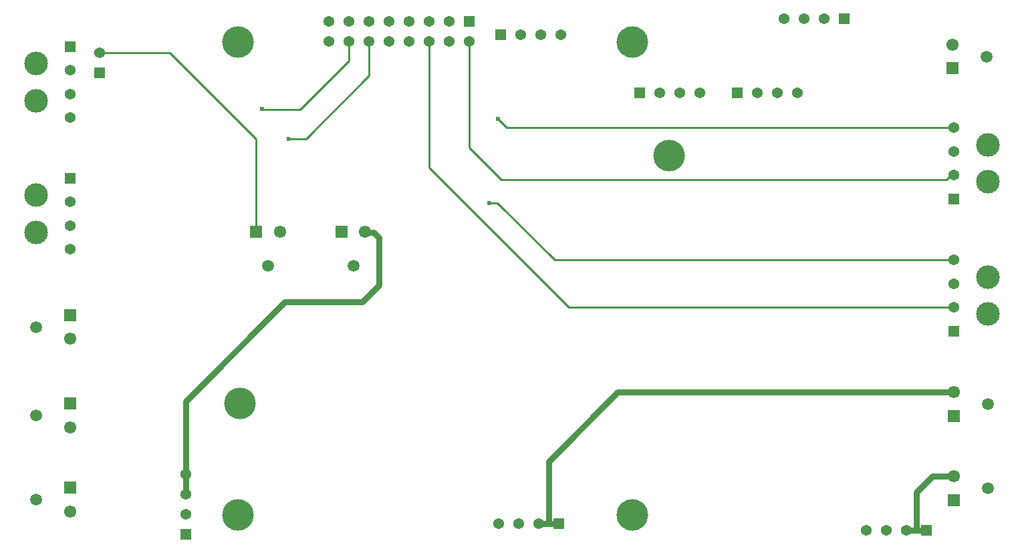
<source format=gtl>
G04*
G04 #@! TF.GenerationSoftware,Altium Limited,Altium Designer,21.9.2 (33)*
G04*
G04 Layer_Physical_Order=1*
G04 Layer_Color=255*
%FSLAX25Y25*%
%MOIN*%
G70*
G04*
G04 #@! TF.SameCoordinates,1158F630-F6B0-42DE-A473-F25834DE5FAC*
G04*
G04*
G04 #@! TF.FilePolarity,Positive*
G04*
G01*
G75*
%ADD22C,0.01000*%
%ADD23C,0.03000*%
%ADD24C,0.05906*%
%ADD25C,0.06102*%
%ADD26R,0.06102X0.06102*%
%ADD27R,0.05394X0.05394*%
%ADD28C,0.05394*%
%ADD29C,0.11811*%
%ADD30R,0.06102X0.06102*%
%ADD31R,0.05394X0.05394*%
%ADD32C,0.15748*%
%ADD33C,0.02362*%
D22*
X249500Y175500D02*
X253500D01*
X282031Y146968D02*
X480992D01*
X253500Y175500D02*
X282031Y146968D01*
X219500Y193000D02*
X289154Y123346D01*
X480992D01*
X219500Y193000D02*
Y256000D01*
X253699Y217291D02*
X258021Y212968D01*
X480992D01*
X255500Y187000D02*
X477457D01*
X479803Y189347D01*
X239500Y203000D02*
X255500Y187000D01*
X479803Y189347D02*
X480992D01*
X239500Y203000D02*
Y256000D01*
X90000Y250500D02*
X133189Y207311D01*
Y161000D02*
Y207311D01*
X55000Y250500D02*
X90000D01*
X158000Y207500D02*
X189500Y239000D01*
Y256000D01*
X149500Y207500D02*
X158000D01*
X136428Y222187D02*
X155187D01*
X179500Y246500D01*
Y256000D01*
X136242Y222373D02*
X136428Y222187D01*
D23*
X147500Y126000D02*
X186000D01*
X194500Y134500D01*
Y158000D01*
X98000Y76500D02*
X147500Y126000D01*
X187839Y160661D02*
X191840D01*
X187500Y161000D02*
X187839Y160661D01*
X191840D02*
X194500Y158000D01*
X98000Y40000D02*
Y76500D01*
Y30000D02*
Y40000D01*
X279000Y15500D02*
X284000D01*
X274000D02*
X279000D01*
Y46500D02*
X313405Y80905D01*
X480992D01*
X279000Y15500D02*
Y46500D01*
X462500Y12000D02*
X467500D01*
X457500D02*
X462500D01*
X470405Y38906D02*
X480992D01*
X462500Y31000D02*
X470405Y38906D01*
X462500Y12000D02*
Y31000D01*
D24*
X498000Y75000D02*
D03*
Y33000D02*
D03*
X497500Y248500D02*
D03*
X181595Y143992D02*
D03*
X139094D02*
D03*
X23492Y27406D02*
D03*
Y69406D02*
D03*
X23500Y113500D02*
D03*
D25*
X480992Y80905D02*
D03*
Y38906D02*
D03*
X480492Y254405D02*
D03*
X187500Y161000D02*
D03*
X145000D02*
D03*
X40500Y21500D02*
D03*
Y63500D02*
D03*
X40508Y107595D02*
D03*
D26*
X480992Y69095D02*
D03*
Y27095D02*
D03*
X480492Y242595D02*
D03*
X40500Y33311D02*
D03*
Y75311D02*
D03*
X40508Y119405D02*
D03*
D27*
X480992Y111535D02*
D03*
Y177535D02*
D03*
X40500Y187811D02*
D03*
X40508Y253468D02*
D03*
X55000Y240500D02*
D03*
X98000Y10000D02*
D03*
D28*
X480992Y123346D02*
D03*
Y135158D02*
D03*
Y146968D02*
D03*
Y189347D02*
D03*
Y201157D02*
D03*
Y212968D02*
D03*
X40500Y176000D02*
D03*
Y164189D02*
D03*
Y152378D02*
D03*
X40508Y241657D02*
D03*
Y229847D02*
D03*
Y218035D02*
D03*
X229500Y266000D02*
D03*
X219500D02*
D03*
X209500D02*
D03*
X199500D02*
D03*
X189500D02*
D03*
X179500D02*
D03*
X169500D02*
D03*
Y256000D02*
D03*
X179500D02*
D03*
X189500D02*
D03*
X199500D02*
D03*
X209500D02*
D03*
X219500D02*
D03*
X229500D02*
D03*
X239500D02*
D03*
X55000Y250500D02*
D03*
X403000Y230500D02*
D03*
X393000D02*
D03*
X406500Y267500D02*
D03*
X396500D02*
D03*
X285000Y259500D02*
D03*
X275000D02*
D03*
X354500Y230500D02*
D03*
X344500D02*
D03*
X264000Y15500D02*
D03*
X254000D02*
D03*
X447500Y12000D02*
D03*
X437500D02*
D03*
X265000Y259500D02*
D03*
X334500Y230500D02*
D03*
X274000Y15500D02*
D03*
X457500Y12000D02*
D03*
X98000Y30000D02*
D03*
Y40000D02*
D03*
X416500Y267500D02*
D03*
X98000Y20000D02*
D03*
X383000Y230500D02*
D03*
D29*
X498000Y120000D02*
D03*
Y138504D02*
D03*
Y186000D02*
D03*
Y204504D02*
D03*
X23492Y179347D02*
D03*
Y160843D02*
D03*
X23500Y245004D02*
D03*
Y226500D02*
D03*
D30*
X175689Y161000D02*
D03*
X133189D02*
D03*
D31*
X239500Y266000D02*
D03*
X255000Y259500D02*
D03*
X324500Y230500D02*
D03*
X284000Y15500D02*
D03*
X467500Y12000D02*
D03*
X426500Y267500D02*
D03*
X373000Y230500D02*
D03*
D32*
X125000Y75500D02*
D03*
X339000Y199000D02*
D03*
X320925Y255815D02*
D03*
Y19594D02*
D03*
X124075D02*
D03*
Y255815D02*
D03*
D33*
X249500Y175500D02*
D03*
X253699Y217291D02*
D03*
X149500Y207500D02*
D03*
X136242Y222373D02*
D03*
M02*

</source>
